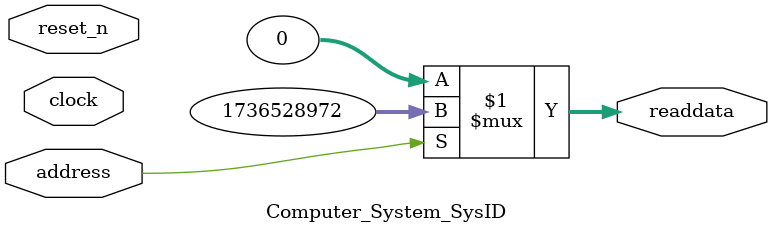
<source format=v>



// synthesis translate_off
`timescale 1ns / 1ps
// synthesis translate_on

// turn off superfluous verilog processor warnings 
// altera message_level Level1 
// altera message_off 10034 10035 10036 10037 10230 10240 10030 

module Computer_System_SysID (
               // inputs:
                address,
                clock,
                reset_n,

               // outputs:
                readdata
             )
;

  output  [ 31: 0] readdata;
  input            address;
  input            clock;
  input            reset_n;

  wire    [ 31: 0] readdata;
  //control_slave, which is an e_avalon_slave
  assign readdata = address ? 1736528972 : 0;

endmodule



</source>
